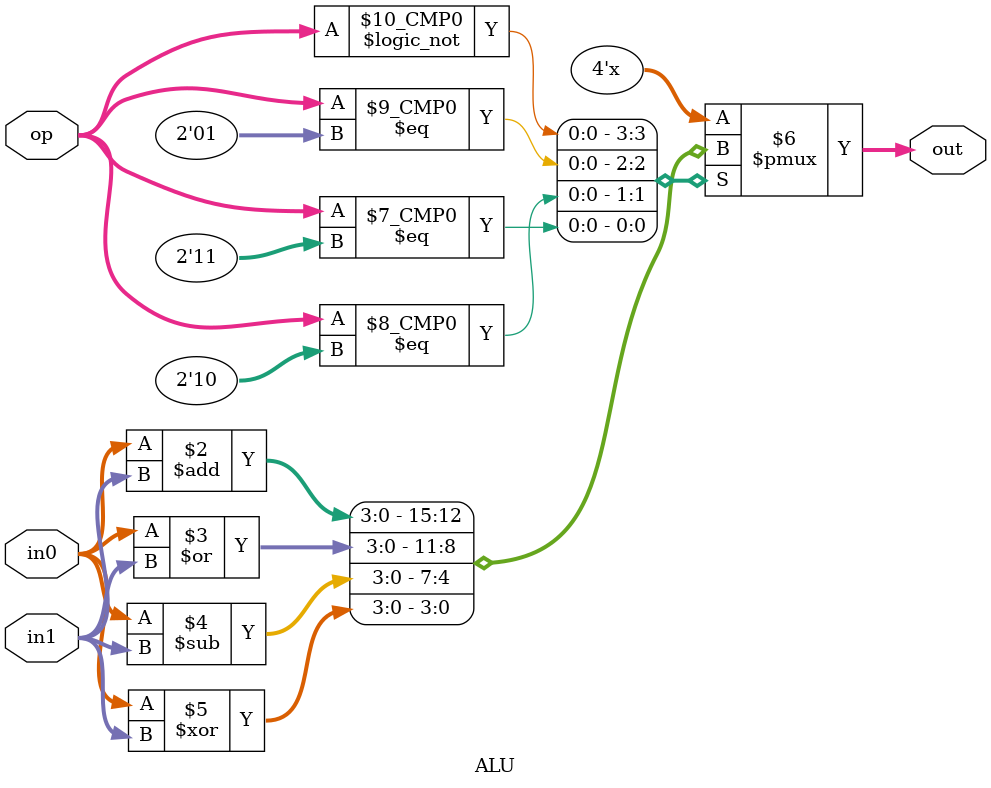
<source format=v>
module ALU(in0, in1, op, out);

parameter S = 4;
input [S-1:0] in0, in1;
input [1:0] op;
output reg [S-1:0] out;

always @(*) begin
    case (op)
        2'b00: out = in0 + in1;
        2'b01: out = in0 | in1; 
        2'b10: out = in0 - in1;
        2'b11: out = in0 ^ in1;
        default: out = 0;
    endcase
end


endmodule
</source>
